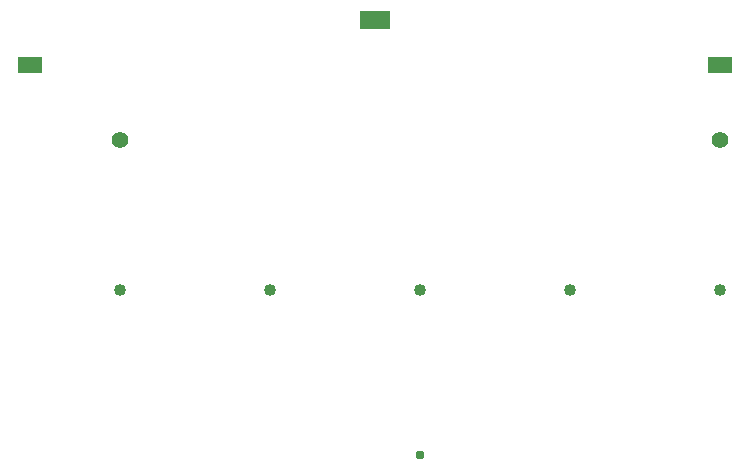
<source format=gtl>
G04 Layer: Top Copper (GTL)*
%FSLAX24Y24*%
%MOIN*%
%ADD10C,0.040000*%
%ADD11C,0.055000*%
%ADD12C,0.031000*%
%ADD13R,0.080000X0.055000*%
%ADD14R,0.100000X0.060000*%
G01*
D10*
X05000Y10500D02*
X05000Y10500D03*
X10000Y10500D03*
X15000Y10500D03*
X20000Y10500D03*
X25000Y10500D03*
D11*
X05000Y15500D03*
X25000Y15500D03*
D12*
X15000Y05000D03*
D13*
X02000Y18000D03*
X25000Y18000D03*
D14*
X13500Y19500D03*
%
G04 Traces*
D12*
X05000Y10500D02*
X08000Y10500D01*
X08000Y12500D01*
X10000Y12500D01*
X10000Y10500D01*
D12*
X08000Y10500D02*
X08000Y15500D01*
X10000Y15500D01*
D12*
X15000Y10500D02*
X18000Y10500D01*
X18000Y12500D01*
D12*
X20000Y10500D02*
X22000Y10500D01*
X22000Y15500D01*
D12*
X05000Y15500D02*
X08000Y15500D01*
X10000Y15500D02*
X12000Y15500D01*
%
M02*

</source>
